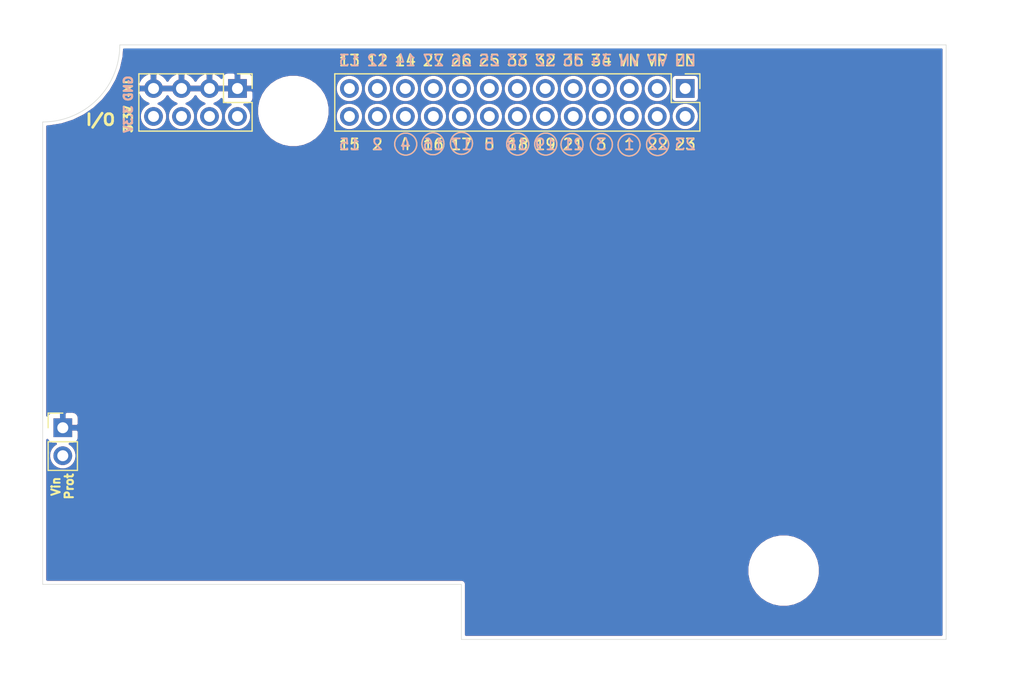
<source format=kicad_pcb>
(kicad_pcb (version 20171130) (host pcbnew "(5.1.8-0-10_14)")
  (title_block (title "Sailor Hat for ESP32") (rev 0.1.0) (company "Hat Laboratories") (comment 1 https://creativecommons.org/licenses/by-sa/4.0) (comment 2 "To view a copy of this license, visit ") (comment 3 "Sailor Hat for ESP32 is licensed under CC BY-SA 4.0."))
  (layers (0 F.Cu signal) (1 In1.Cu power) (2 In2.Cu power) (31 B.Cu signal) (34 B.Paste user hide) (35 F.Paste user hide) (36 B.SilkS user) (37 F.SilkS user) (38 B.Mask user) (39 F.Mask user) (44 Edge.Cuts user))
  (net 0 "")
  (net 1 GND)
  (net 2 +3V3)
  (module Connector_PinHeader_2.54mm:PinHeader_1x02_P2.54mm_Vertical (layer F.Cu) (at 90.825 91.775)
    (fp_text reference J204 hide)
    (fp_text value Conn_01x02 hide)
    (fp_line (start -1.33 -1.33) (end 0 -1.33) (layer F.SilkS) (width 0.12))
    (fp_line (start -1.33 0) (end -1.33 -1.33) (layer F.SilkS) (width 0.12))
    (fp_line (start -1.33 1.27) (end 1.33 1.27) (layer F.SilkS) (width 0.12))
    (fp_line (start 1.33 1.27) (end 1.33 3.87) (layer F.SilkS) (width 0.12))
    (fp_line (start -1.33 1.27) (end -1.33 3.87) (layer F.SilkS) (width 0.12))
    (fp_line (start -1.33 3.87) (end 1.33 3.87) (layer F.SilkS) (width 0.12))
    (pad 2 thru_hole oval (at 0 2.54) (size 1.7 1.7) (drill 1) (layers *.Cu *.Mask))
    (pad 1 thru_hole rect (at 0 0) (size 1.7 1.7) (drill 1) (layers *.Cu *.Mask) (net 1 GND))
  )
  (module Connector_PinHeader_2.54mm:PinHeader_2x04_P2.54mm_Vertical (layer F.Cu) (at 106.68 60.96 270)
    (fp_text reference J202 hide)
    (fp_text value Conn_02x10_Odd_Even hide)
    (fp_line (start -1.33 -1.33) (end 0 -1.33) (layer F.SilkS) (width 0.12))
    (fp_line (start -1.33 0) (end -1.33 -1.33) (layer F.SilkS) (width 0.12))
    (fp_line (start 1.27 -1.33) (end 3.87 -1.33) (layer F.SilkS) (width 0.12))
    (fp_line (start 1.27 1.27) (end 1.27 -1.33) (layer F.SilkS) (width 0.12))
    (fp_line (start -1.33 1.27) (end 1.27 1.27) (layer F.SilkS) (width 0.12))
    (fp_line (start 3.87 -1.33) (end 3.87 8.95) (layer F.SilkS) (width 0.12))
    (fp_line (start -1.33 1.27) (end -1.33 8.95) (layer F.SilkS) (width 0.12))
    (fp_line (start -1.33 8.95) (end 3.87 8.95) (layer F.SilkS) (width 0.12))
    (pad 8 thru_hole oval (at 2.54 7.62 270) (size 1.7 1.7) (drill 1) (layers *.Cu *.Mask) (net 2 +3V3))
    (pad 7 thru_hole oval (at 0 7.62 270) (size 1.7 1.7) (drill 1) (layers *.Cu *.Mask) (net 1 GND))
    (pad 6 thru_hole oval (at 2.54 5.08 270) (size 1.7 1.7) (drill 1) (layers *.Cu *.Mask) (net 2 +3V3))
    (pad 5 thru_hole oval (at 0 5.08 270) (size 1.7 1.7) (drill 1) (layers *.Cu *.Mask) (net 1 GND))
    (pad 4 thru_hole oval (at 2.54 2.54 270) (size 1.7 1.7) (drill 1) (layers *.Cu *.Mask) (net 2 +3V3))
    (pad 3 thru_hole oval (at 0 2.54 270) (size 1.7 1.7) (drill 1) (layers *.Cu *.Mask) (net 1 GND))
    (pad 2 thru_hole oval (at 2.54 0 270) (size 1.7 1.7) (drill 1) (layers *.Cu *.Mask) (net 2 +3V3))
    (pad 1 thru_hole rect (at 0 0 270) (size 1.7 1.7) (drill 1) (layers *.Cu *.Mask) (net 1 GND))
  )
  (module Connector_PinHeader_2.54mm:PinHeader_2x13_P2.54mm_Vertical (layer F.Cu) (at 147.32 60.96 270)
    (fp_text reference J201 hide)
    (fp_text value GPIO hide)
    (fp_line (start -1.33 -1.33) (end 0 -1.33) (layer F.SilkS) (width 0.12))
    (fp_line (start -1.33 0) (end -1.33 -1.33) (layer F.SilkS) (width 0.12))
    (fp_line (start 1.27 -1.33) (end 3.87 -1.33) (layer F.SilkS) (width 0.12))
    (fp_line (start 1.27 1.27) (end 1.27 -1.33) (layer F.SilkS) (width 0.12))
    (fp_line (start -1.33 1.27) (end 1.27 1.27) (layer F.SilkS) (width 0.12))
    (fp_line (start 3.87 -1.33) (end 3.87 31.81) (layer F.SilkS) (width 0.12))
    (fp_line (start -1.33 1.27) (end -1.33 31.81) (layer F.SilkS) (width 0.12))
    (fp_line (start -1.33 31.81) (end 3.87 31.81) (layer F.SilkS) (width 0.12))
    (pad 26 thru_hole oval (at 2.54 30.48 270) (size 1.7 1.7) (drill 1) (layers *.Cu *.Mask))
    (pad 25 thru_hole oval (at 0 30.48 270) (size 1.7 1.7) (drill 1) (layers *.Cu *.Mask))
    (pad 24 thru_hole oval (at 2.54 27.94 270) (size 1.7 1.7) (drill 1) (layers *.Cu *.Mask))
    (pad 23 thru_hole oval (at 0 27.94 270) (size 1.7 1.7) (drill 1) (layers *.Cu *.Mask))
    (pad 22 thru_hole oval (at 2.54 25.4 270) (size 1.7 1.7) (drill 1) (layers *.Cu *.Mask))
    (pad 21 thru_hole oval (at 0 25.4 270) (size 1.7 1.7) (drill 1) (layers *.Cu *.Mask))
    (pad 20 thru_hole oval (at 2.54 22.86 270) (size 1.7 1.7) (drill 1) (layers *.Cu *.Mask))
    (pad 19 thru_hole oval (at 0 22.86 270) (size 1.7 1.7) (drill 1) (layers *.Cu *.Mask))
    (pad 18 thru_hole oval (at 2.54 20.32 270) (size 1.7 1.7) (drill 1) (layers *.Cu *.Mask))
    (pad 17 thru_hole oval (at 0 20.32 270) (size 1.7 1.7) (drill 1) (layers *.Cu *.Mask))
    (pad 16 thru_hole oval (at 2.54 17.78 270) (size 1.7 1.7) (drill 1) (layers *.Cu *.Mask))
    (pad 15 thru_hole oval (at 0 17.78 270) (size 1.7 1.7) (drill 1) (layers *.Cu *.Mask))
    (pad 14 thru_hole oval (at 2.54 15.24 270) (size 1.7 1.7) (drill 1) (layers *.Cu *.Mask))
    (pad 13 thru_hole oval (at 0 15.24 270) (size 1.7 1.7) (drill 1) (layers *.Cu *.Mask))
    (pad 12 thru_hole oval (at 2.54 12.7 270) (size 1.7 1.7) (drill 1) (layers *.Cu *.Mask))
    (pad 11 thru_hole oval (at 0 12.7 270) (size 1.7 1.7) (drill 1) (layers *.Cu *.Mask))
    (pad 10 thru_hole oval (at 2.54 10.16 270) (size 1.7 1.7) (drill 1) (layers *.Cu *.Mask))
    (pad 9 thru_hole oval (at 0 10.16 270) (size 1.7 1.7) (drill 1) (layers *.Cu *.Mask))
    (pad 8 thru_hole oval (at 2.54 7.62 270) (size 1.7 1.7) (drill 1) (layers *.Cu *.Mask))
    (pad 7 thru_hole oval (at 0 7.62 270) (size 1.7 1.7) (drill 1) (layers *.Cu *.Mask))
    (pad 6 thru_hole oval (at 2.54 5.08 270) (size 1.7 1.7) (drill 1) (layers *.Cu *.Mask))
    (pad 5 thru_hole oval (at 0 5.08 270) (size 1.7 1.7) (drill 1) (layers *.Cu *.Mask))
    (pad 4 thru_hole oval (at 2.54 2.54 270) (size 1.7 1.7) (drill 1) (layers *.Cu *.Mask))
    (pad 3 thru_hole oval (at 0 2.54 270) (size 1.7 1.7) (drill 1) (layers *.Cu *.Mask))
    (pad 2 thru_hole oval (at 2.54 0 270) (size 1.7 1.7) (drill 1) (layers *.Cu *.Mask))
    (pad 1 thru_hole rect (at 0 0 270) (size 1.7 1.7) (drill 1) (layers *.Cu *.Mask))
  )
  (module SH-ESP32:MountingHole_3.2mm_M3_Unplated (layer F.Cu) (at 156.25 104.75)
    (fp_text reference H1002 hide)
    (fp_text value MountingHole hide)
    (pad "" np_thru_hole circle (at 0 0) (size 3.2 3.2) (drill 3.2) (layers *.Cu *.Mask) (clearance 1.6))
  )
  (module SH-ESP32:MountingHole_3.2mm_M3_Unplated (layer F.Cu) (at 111.75 63)
    (fp_text reference H1001 hide)
    (fp_text value MountingHole hide)
    (pad "" np_thru_hole circle (at 0 0) (size 3.2 3.2) (drill 3.2) (layers *.Cu *.Mask) (clearance 1.6))
  )
  (gr_text "Vin\nProt\n" (at 90.8 97.1 90) (layer F.SilkS) (effects (font (size 0.75 0.75) (thickness 0.1875))))
  (gr_text 3.3V (at 96.774 63.754 90) (layer F.SilkS) (effects (font (size 0.75 0.75) (thickness 0.1875))))
  (gr_text GND (at 96.774 60.96 90) (layer F.SilkS) (effects (font (size 0.75 0.75) (thickness 0.1875))))
  (gr_text 3.3V (at 96.774 63.754 90) (layer B.SilkS) (effects (font (size 0.75 0.75) (thickness 0.1875)) (justify mirror)))
  (gr_text GND (at 96.774 60.96 90) (layer B.SilkS) (effects (font (size 0.75 0.75) (thickness 0.1875)) (justify mirror)))
  (gr_text 14 (at 121.92 58.42) (layer F.SilkS) (effects (font (size 1 1) (thickness 0.16))))
  (gr_text 34 (at 139.7 58.42) (layer F.SilkS) (effects (font (size 1 1) (thickness 0.16))))
  (gr_text 33 (at 132.08 58.42) (layer F.SilkS) (effects (font (size 1 1) (thickness 0.16))))
  (gr_text 26 (at 127 58.42) (layer F.SilkS) (effects (font (size 1 1) (thickness 0.16))))
  (gr_text 27 (at 124.46 58.42) (layer F.SilkS) (effects (font (size 1 1) (thickness 0.16))))
  (gr_text 35 (at 137.16 58.42) (layer F.SilkS) (effects (font (size 1 1) (thickness 0.16))))
  (gr_text 32 (at 134.62 58.42) (layer F.SilkS) (effects (font (size 1 1) (thickness 0.16))))
  (gr_text 25 (at 129.54 58.42) (layer F.SilkS) (effects (font (size 1 1) (thickness 0.16))))
  (gr_text VN (at 142.24 58.42) (layer F.SilkS) (effects (font (size 1 1) (thickness 0.16))))
  (gr_text VP (at 144.78 58.42) (layer F.SilkS) (effects (font (size 1 1) (thickness 0.16))))
  (gr_circle (center 127.01 65.94) (end 128.01 65.94) (layer F.SilkS) (width 0.12))
  (gr_circle (center 124.42 65.98) (end 125.42 65.98) (layer F.SilkS) (width 0.12))
  (gr_line (start 127 106) (end 89 106) (layer Edge.Cuts) (width 0.05))
  (gr_line (start 127 111) (end 127 106) (layer Edge.Cuts) (width 0.05))
  (gr_circle (center 121.95 66.01) (end 122.95 66.01) (layer B.SilkS) (width 0.12))
  (gr_circle (center 137.04 66.05) (end 138.04 66.05) (layer B.SilkS) (width 0.12))
  (gr_circle (center 134.66 66.01) (end 135.66 66.01) (layer B.SilkS) (width 0.12))
  (gr_circle (center 132.11 66.01) (end 133.11 66.01) (layer B.SilkS) (width 0.12))
  (gr_circle (center 139.71 66.05) (end 140.71 66.05) (layer B.SilkS) (width 0.12))
  (gr_circle (center 142.22 66.09) (end 143.22 66.09) (layer B.SilkS) (width 0.12))
  (gr_circle (center 144.81 66.05) (end 145.81 66.05) (layer B.SilkS) (width 0.12))
  (gr_circle (center 124.42 65.98) (end 125.42 65.98) (layer B.SilkS) (width 0.12))
  (gr_circle (center 127.01 65.94) (end 128.01 65.94) (layer B.SilkS) (width 0.12))
  (gr_text 13 (at 116.84 58.42) (layer B.SilkS) (effects (font (size 1 1) (thickness 0.16)) (justify mirror)))
  (gr_text 12 (at 119.38 58.42) (layer B.SilkS) (effects (font (size 1 1) (thickness 0.16)) (justify mirror)))
  (gr_text 14 (at 121.92 58.42) (layer B.SilkS) (effects (font (size 1 1) (thickness 0.16)) (justify mirror)))
  (gr_text 27 (at 124.46 58.42) (layer B.SilkS) (effects (font (size 1 1) (thickness 0.16)) (justify mirror)))
  (gr_text 26 (at 127 58.42) (layer B.SilkS) (effects (font (size 1 1) (thickness 0.16)) (justify mirror)))
  (gr_text 25 (at 129.54 58.42) (layer B.SilkS) (effects (font (size 1 1) (thickness 0.16)) (justify mirror)))
  (gr_text 33 (at 132.08 58.42) (layer B.SilkS) (effects (font (size 1 1) (thickness 0.16)) (justify mirror)))
  (gr_text 32 (at 134.62 58.42) (layer B.SilkS) (effects (font (size 1 1) (thickness 0.16)) (justify mirror)))
  (gr_text 35 (at 137.16 58.42) (layer B.SilkS) (effects (font (size 1 1) (thickness 0.16)) (justify mirror)))
  (gr_text 34 (at 139.7 58.42) (layer B.SilkS) (effects (font (size 1 1) (thickness 0.16)) (justify mirror)))
  (gr_text VN (at 142.24 58.42) (layer B.SilkS) (effects (font (size 1 1) (thickness 0.16)) (justify mirror)))
  (gr_text VP (at 144.78 58.42) (layer B.SilkS) (effects (font (size 1 1) (thickness 0.16)) (justify mirror)))
  (gr_text EN (at 147.32 58.42) (layer B.SilkS) (effects (font (size 1 1) (thickness 0.16)) (justify mirror)))
  (gr_text 15 (at 116.84 66.04) (layer B.SilkS) (effects (font (size 1 1) (thickness 0.16)) (justify mirror)))
  (gr_text 2 (at 119.38 66.04) (layer B.SilkS) (effects (font (size 1 1) (thickness 0.16)) (justify mirror)))
  (gr_text 4 (at 121.92 66.04) (layer B.SilkS) (effects (font (size 1 1) (thickness 0.16)) (justify mirror)))
  (gr_text 16 (at 124.46 66.04) (layer B.SilkS) (effects (font (size 1 1) (thickness 0.16)) (justify mirror)))
  (gr_text 17 (at 127 66.04) (layer B.SilkS) (effects (font (size 1 1) (thickness 0.16)) (justify mirror)))
  (gr_text 5 (at 129.54 66.04) (layer B.SilkS) (effects (font (size 1 1) (thickness 0.16)) (justify mirror)))
  (gr_text 18 (at 132.08 66.04) (layer B.SilkS) (effects (font (size 1 1) (thickness 0.16) italic) (justify mirror)))
  (gr_text 19 (at 134.62 66.04) (layer B.SilkS) (effects (font (size 1 1) (thickness 0.16)) (justify mirror)))
  (gr_text 21 (at 137.16 66.04) (layer B.SilkS) (effects (font (size 1 1) (thickness 0.16)) (justify mirror)))
  (gr_text 3 (at 139.7 66.04) (layer B.SilkS) (effects (font (size 1 1) (thickness 0.16)) (justify mirror)))
  (gr_text 1 (at 142.24 66.04) (layer B.SilkS) (effects (font (size 1 1) (thickness 0.16)) (justify mirror)))
  (gr_text 22 (at 144.81 66.01) (layer B.SilkS) (effects (font (size 1 1) (thickness 0.16)) (justify mirror)))
  (gr_text 23 (at 147.32 66.04) (layer B.SilkS) (effects (font (size 1 1) (thickness 0.16)) (justify mirror)))
  (gr_text "I/O\n" (at 94.25 63.8) (layer F.SilkS) (effects (font (size 1 1) (thickness 0.25))))
  (gr_circle (center 144.81 66.05) (end 145.81 66.05) (layer F.SilkS) (width 0.12))
  (gr_circle (center 142.22 66.09) (end 143.22 66.09) (layer F.SilkS) (width 0.12))
  (gr_circle (center 139.71 66.05) (end 140.71 66.05) (layer F.SilkS) (width 0.12))
  (gr_circle (center 132.11 66.01) (end 133.11 66.01) (layer F.SilkS) (width 0.12))
  (gr_circle (center 134.66 66.01) (end 135.66 66.01) (layer F.SilkS) (width 0.12))
  (gr_circle (center 137.04 66.05) (end 138.04 66.05) (layer F.SilkS) (width 0.12))
  (gr_circle (center 121.95 66.01) (end 122.95 66.01) (layer F.SilkS) (width 0.12))
  (gr_line (start 171 111) (end 171 57) (layer Edge.Cuts) (width 0.05))
  (gr_text 23 (at 147.32 66.04) (layer F.SilkS) (effects (font (size 1 1) (thickness 0.16))))
  (gr_text 22 (at 144.81 66.01) (layer F.SilkS) (effects (font (size 1 1) (thickness 0.16))))
  (gr_text 1 (at 142.24 66.04) (layer F.SilkS) (effects (font (size 1 1) (thickness 0.16))))
  (gr_text 3 (at 139.7 66.04) (layer F.SilkS) (effects (font (size 1 1) (thickness 0.16))))
  (gr_text 21 (at 137.16 66.04) (layer F.SilkS) (effects (font (size 1 1) (thickness 0.16))))
  (gr_text 19 (at 134.62 66.04) (layer F.SilkS) (effects (font (size 1 1) (thickness 0.16))))
  (gr_text 18 (at 132.08 66.04) (layer F.SilkS) (effects (font (size 1 1) (thickness 0.16) italic)))
  (gr_text 5 (at 129.54 66.04) (layer F.SilkS) (effects (font (size 1 1) (thickness 0.16))))
  (gr_text 17 (at 127 66.04) (layer F.SilkS) (effects (font (size 1 1) (thickness 0.16))))
  (gr_text 16 (at 124.46 66.04) (layer F.SilkS) (effects (font (size 1 1) (thickness 0.16))))
  (gr_text 4 (at 121.92 66.04) (layer F.SilkS) (effects (font (size 1 1) (thickness 0.16))))
  (gr_text 2 (at 119.38 66.04) (layer F.SilkS) (effects (font (size 1 1) (thickness 0.16))))
  (gr_text 15 (at 116.84 66.04) (layer F.SilkS) (effects (font (size 1 1) (thickness 0.16))))
  (gr_text EN (at 147.32 58.42) (layer F.SilkS) (effects (font (size 1 1) (thickness 0.16))))
  (gr_text 12 (at 119.38 58.42) (layer F.SilkS) (effects (font (size 1 1) (thickness 0.16))))
  (gr_text 13 (at 116.84 58.42) (layer F.SilkS) (effects (font (size 1 1) (thickness 0.16))))
  (gr_line (start 171 111) (end 127 111) (layer Edge.Cuts) (width 0.05))
  (gr_line (start 171 57) (end 96 57) (layer Edge.Cuts) (width 0.05))
  (gr_line (start 89 64) (end 89 106) (layer Edge.Cuts) (width 0.05))
  (gr_arc (start 89 57) (end 89 64) (angle -90) (layer Edge.Cuts) (width 0.05))
  (segment (start 90.4 91.35) (end 90.825 91.775) (width 0.25) (layer F.Cu) (net 1))
  (zone (net 1) (net_name GND) (layer F.Cu) (connect_pads (clearance 0.3)) (min_thickness 0.2) (fill yes (arc_segments 32) (thermal_gap 0.508) (thermal_bridge_width 0.508))
    (polygon (pts (xy 178 115) (xy 144.25 115) (xy 142 115) (xy 140 115) (xy 136 115) (xy 132 115) (xy 127 115) (xy 123 115) (xy 115 115) (xy 111 115) (xy 107.66 115) (xy 105.5 115) (xy 89 115) (xy 89 57) (xy 178 57)))
  )
  (zone (net 1) (net_name GND) (layer B.Cu) (connect_pads (clearance 0.3)) (min_thickness 0.2) (fill yes (arc_segments 32) (thermal_gap 0.508) (thermal_bridge_width 0.508))
    (polygon (pts (xy 178 115) (xy 144.25 115) (xy 142 115) (xy 140 115) (xy 135 115) (xy 128 115) (xy 122 115) (xy 118 115) (xy 115 115) (xy 110 115) (xy 107 115) (xy 105.5 115) (xy 89 115) (xy 89 57) (xy 178 57)))
  )
)
</source>
